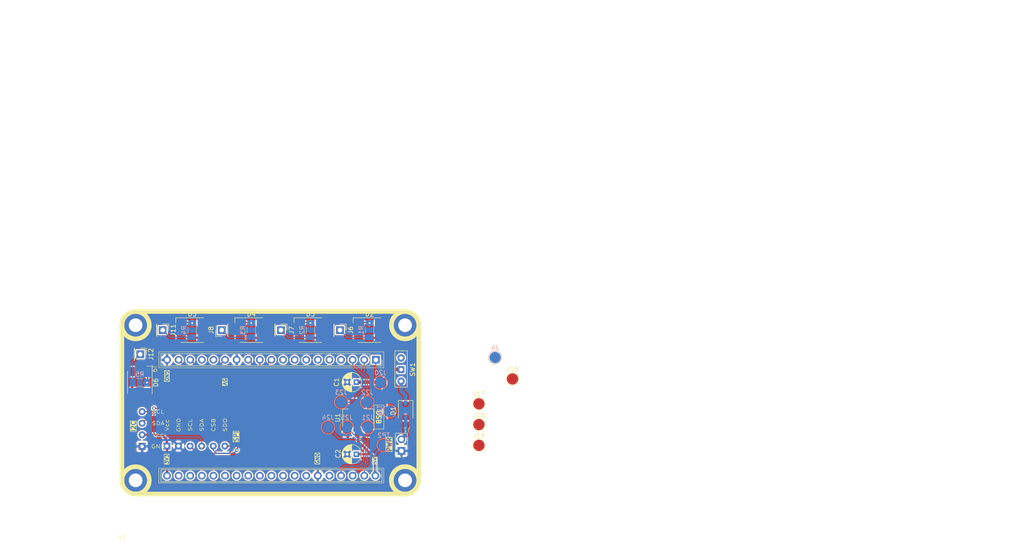
<source format=kicad_pcb>
(kicad_pcb (version 20240108) (generator "pcbnew") (generator_version "8.0")
  (layers (0 "F.Cu" signal) (31 "B.Cu" signal) (34 "B.Paste" user) (35 "F.Paste" user) (36 "B.SilkS" user "B.Silkscreen") (37 "F.SilkS" user "F.Silkscreen") (38 "B.Mask" user) (39 "F.Mask" user) (44 "Edge.Cuts" user))
  (net 0 "")
  (net 1 "GND")
  (net 2 "+3V3")
  (net 3 "+5V")
  (net 4 "Net-(D1-A)")
  (net 5 "/SCL-2")
  (net 6 "/SDA-2")
  (net 7 "/SPI-SCL")
  (net 8 "/SPI-CSB")
  (net 9 "/VDC")
  (net 10 "/SPI-SDA")
  (net 11 "/SPI-SDO")
  (net 12 "/RX")
  (net 13 "/VIN")
  (net 14 "/TX")
  (net 15 "Net-(J8-Pin_1)")
  (net 16 "Net-(D2-AB)")
  (net 17 "Net-(D3-AB)")
  (net 18 "Net-(D4-AB)")
  (net 19 "Net-(D5-AB)")
  (net 20 "Net-(D6-AB)")
  (net 21 "Net-(J6-Pin_1)")
  (net 22 "Net-(J7-Pin_1)")
  (net 42 "Net-(J11-Pin_1)")
  (net 43 "Net-(J12-Pin_1)")
  (net 45 "/LED-1")
  (net 46 "/D1")
  (net 47 "/D3")
  (net 48 "/D0")
  (net 49 "/CLK")
  (net 50 "/CMD")
  (net 51 "/D2")
  (net 52 "/LED-2")
  (net 53 "/LED-3")
  (net 54 "/LED-4")
  (net 55 "/LED-5")
  (footprint "Capacitor_THT:CP_Radial_D4.0mm_P2.00mm" (layer "F.Cu") (at 131.2 112.85 180)
    (property "Reference" "C2" (at 4 0.1 90) (layer "F.SilkS"))
    (property "Value" "1uF")
    (pad "1" thru_hole rect (at 0 0 180) (size 1.2 1.2) (drill 0.6) (layers "*.Cu" "*.Mask") (net 3 "+5V"))
    (pad "2" thru_hole circle (at 2 0 180) (size 1.2 1.2) (drill 0.6) (layers "*.Cu" "*.Mask") (net 1 "GND"))
  )
  (footprint "Alexander Footprint Library:Board_65-40" (layer "F.Cu") (at 79.875002 131.57)
    (property "Reference" "H1" (at 0 -0.5 0) (layer "F.SilkS") (effects (font (thickness 0.1))))
    (property "Value" "Project_Box_Board_65x40")
    (fp_line (start 0 -13) (end 0 -47) (stroke (width 0.05)) (layer "Edge.Cuts"))
    (fp_line (start 3 -50) (end 62 -50) (stroke (width 0.05)) (layer "Edge.Cuts"))
    (fp_line (start 62 -10) (end 3 -10) (stroke (width 0.05)) (layer "Edge.Cuts"))
    (fp_line (start 65 -47) (end 65 -13) (stroke (width 0.05)) (layer "Edge.Cuts"))
    (fp_arc (start 0 -47) (mid 0.87868 -49.12132) (end 3 -50) (stroke (width 0.05)) (layer "Edge.Cuts"))
    (fp_arc (start 3 -10) (mid 0.87868 -10.87868) (end 0 -13) (stroke (width 0.05)) (layer "Edge.Cuts"))
    (fp_arc (start 62 -50) (mid 64.12132 -49.12132) (end 65 -47) (stroke (width 0.05)) (layer "Edge.Cuts"))
    (fp_arc (start 65 -13) (mid 64.12132 -10.87868) (end 62 -10) (stroke (width 0.05)) (layer "Edge.Cuts"))
    (fp_circle (center 3 -47) (end 4 -48) (stroke (width 0.05)) (fill none) (layer "Edge.Cuts"))
    (fp_circle (center 3 -13) (end 4 -14) (stroke (width 0.05)) (fill none) (layer "Edge.Cuts"))
    (fp_circle (center 62 -47) (end 63 -48) (stroke (width 0.05)) (fill none) (layer "Edge.Cuts"))
    (fp_circle (center 62 -13) (end 63 -14) (stroke (width 0.05)) (fill none) (layer "Edge.Cuts"))
    (pad "1" thru_hole circle (at 3 -47) (size 5 5) (drill 3) (layers "*.Cu" "*.Mask") (net 1 "GND"))
    (pad "2" thru_hole circle (at 3 -13) (size 5 5) (drill 3) (layers "*.Cu" "*.Mask") (net 1 "GND"))
    (pad "3" thru_hole circle (at 62 -13) (size 5 5) (drill 3) (layers "*.Cu" "*.Mask") (net 1 "GND"))
    (pad "4" thru_hole circle (at 62 -47) (size 5 5) (drill 3) (layers "*.Cu" "*.Mask") (net 1 "GND"))
  )
  (footprint "Alexander Footprint Library:TestPoint_D2.5mm" (layer "F.Cu") (at 165.4 96.35)
    (property "Reference" "J16" (at 0 -2.148 0) (layer "F.SilkS"))
    (property "Value" "Conn_01x01_Socket")
    (pad "1" smd circle (at 0 0) (size 2.5 2.5) (layers "F.Cu" "F.Mask") (net 52 "/LED-2"))
  )
  (footprint "Diode_SMD:D_1210_3225Metric" (layer "F.Cu") (at 142 103.35 -90)
    (property "Reference" "D1" (at 0 2.7 90) (layer "F.SilkS"))
    (property "Value" "D")
    (pad "1" smd roundrect (at -1.4 0 270) (size 1.25 2.65) (layers "F.Cu" "F.Paste" "F.Mask") (roundrect_rratio 0.2) (net 9 "/VDC"))
    (pad "2" smd roundrect (at 1.4 0 270) (size 1.25 2.65) (layers "F.Cu" "F.Paste" "F.Mask") (roundrect_rratio 0.2) (net 4 "Net-(D1-A)"))
  )
  (footprint "Connector_PinHeader_2.54mm:PinHeader_1x01_P2.54mm_Vertical" (layer "F.Cu") (at 101.742356 85.65 90)
    (property "Reference" "J8" (at 0 -2.33 90) (layer "F.SilkS"))
    (property "Value" "Socket_LED5")
    (pad "1" thru_hole rect (at 0 0 90) (size 1.7 1.7) (drill 1) (layers "*.Cu" "*.Mask") (net 15 "Net-(J8-Pin_1)"))
  )
  (footprint "Alexander Footprint Library:TestPoint_D2.5mm" (layer "F.Cu") (at 158.05 110.9)
    (property "Reference" "J19" (at 0 -2.148 0) (layer "F.SilkS"))
    (property "Value" "Conn_01x01_Socket")
    (pad "1" smd circle (at 0 0) (size 2.5 2.5) (layers "F.Cu" "F.Mask") (net 55 "/LED-5"))
  )
  (footprint "Alexander Footprint Library:TestPoint_D2.5mm" (layer "F.Cu") (at 158.05 101.8)
    (property "Reference" "J17" (at 0 -2.148 0) (layer "F.SilkS"))
    (property "Value" "Conn_01x01_Socket")
    (pad "1" smd circle (at 0 0) (size 2.5 2.5) (layers "F.Cu" "F.Mask") (net 53 "/LED-3"))
  )
  (footprint "Alexander Footprint Library:LED_5050-6" (layer "F.Cu") (at 83.8 97.15 -90)
    (property "Reference" "D6" (at 0 -3.5 90) (layer "F.SilkS"))
    (property "Value" "LED_SMD_5050")
    (pad "1" smd rect (at -2.4 -1.7) (size 1.1 2) (layers "F.Cu" "F.Paste" "F.Mask") (net 20 "Net-(D6-AB)"))
    (pad "2" smd rect (at -2.4 0) (size 1.1 2) (layers "F.Cu" "F.Paste" "F.Mask") (net 20 "Net-(D6-AB)"))
    (pad "3" smd rect (at -2.4 1.7) (size 1.1 2) (layers "F.Cu" "F.Paste" "F.Mask") (net 20 "Net-(D6-AB)"))
    (pad "4" smd rect (at 2.4 1.7) (size 1.1 2) (layers "F.Cu" "F.Paste" "F.Mask") (net 1 "GND"))
    (pad "5" smd rect (at 2.4 0) (size 1.1 2) (layers "F.Cu" "F.Paste" "F.Mask") (net 1 "GND"))
    (pad "6" smd rect (at 2.4 -1.7) (size 1.1 2) (layers "F.Cu" "F.Paste" "F.Mask") (net 1 "GND"))
  )
  (footprint "Capacitor_THT:CP_Radial_D4.0mm_P2.00mm" (layer "F.Cu") (at 131.2 97.05 180)
    (property "Reference" "C1" (at 4.3 0 -90) (layer "F.SilkS"))
    (property "Value" "1uF")
    (pad "1" thru_hole rect (at 0 0 180) (size 1.2 1.2) (drill 0.6) (layers "*.Cu" "*.Mask") (net 13 "/VIN"))
    (pad "2" thru_hole circle (at 2 0 180) (size 1.2 1.2) (drill 0.6) (layers "*.Cu" "*.Mask") (net 1 "GND"))
  )
  (footprint "Alexander Footprint Library:Conn_I2C" (layer "F.Cu") (at 84.3 118.75 180)
    (property "Reference" "J3" (hide yes))
    (property "Value" "I2C")
    (fp_text user "GND" (at -3.5 7.6 0) (layer "F.SilkS") (effects (font (size 0.8 1) (thickness 0.1))))
    (fp_text user "I2C" (at 1.3 12 90) (layer "F.SilkS" knockout) (effects (font (thickness 0.2) (bold yes)) (justify bottom)))
    (fp_text user "Vcc" (at -3.5 10.14 0) (layer "F.SilkS") (effects (font (size 0.8 1) (thickness 0.1))))
    (fp_text user "SCL" (at -3.5 15.22 0) (layer "F.SilkS") (effects (font (size 0.8 1) (thickness 0.1))))
    (fp_text user "SDA" (at -3.5 12.68 0) (layer "F.SilkS") (effects (font (size 0.8 1) (thickness 0.1))))
    (pad "GND" thru_hole rect (at 0 7.62 180) (size 1.524 1.524) (drill 0.762) (layers "*.Cu" "*.Mask") (net 1 "GND"))
    (pad "SCL" thru_hole circle (at 0 15.24 180) (size 1.524 1.524) (drill 0.762) (layers "*.Cu" "*.Mask") (net 5 "/SCL-2"))
    (pad "SDA" thru_hole circle (at 0 12.7 180) (size 1.524 1.524) (drill 0.762) (layers "*.Cu" "*.Mask") (net 6 "/SDA-2"))
    (pad "Vcc" thru_hole circle (at 0 10.16 180) (size 1.524 1.524) (drill 0.762) (layers "*.Cu" "*.Mask") (net 2 "+3V3"))
  )
  (footprint "Connector_PinHeader_2.54mm:PinHeader_1x01_P2.54mm_Vertical" (layer "F.Cu") (at 83.9 90.95 -90)
    (property "Reference" "J12" (at 0 -2.33 90) (layer "F.SilkS"))
    (property "Value" "Socket_LED2")
    (pad "1" thru_hole rect (at 0 0 270) (size 1.7 1.7) (drill 1) (layers "*.Cu" "*.Mask") (net 43 "Net-(J12-Pin_1)"))
  )
  (footprint "Alexander Footprint Library:LED_5050-6" (layer "F.Cu") (at 108.213534 85.65)
    (property "Reference" "D4" (at 0 -3.5 0) (layer "F.SilkS"))
    (property "Value" "LED_SMD_5050")
    (pad "1" smd rect (at -2.4 -1.7 90) (size 1.1 2) (layers "F.Cu" "F.Paste" "F.Mask") (net 18 "Net-(D4-AB)"))
    (pad "2" smd rect (at -2.4 0 90) (size 1.1 2) (layers "F.Cu" "F.Paste" "F.Mask") (net 18 "Net-(D4-AB)"))
    (pad "3" smd rect (at -2.4 1.7 90) (size 1.1 2) (layers "F.Cu" "F.Paste" "F.Mask") (net 18 "Net-(D4-AB)"))
    (pad "4" smd rect (at 2.4 1.7 90) (size 1.1 2) (layers "F.Cu" "F.Paste" "F.Mask") (net 1 "GND"))
    (pad "5" smd rect (at 2.4 0 90) (size 1.1 2) (layers "F.Cu" "F.Paste" "F.Mask") (net 1 "GND"))
    (pad "6" smd rect (at 2.4 -1.7 90) (size 1.1 2) (layers "F.Cu" "F.Paste" "F.Mask") (net 1 "GND"))
  )
  (footprint "Alexander Footprint Library:SW_Slide-03_7.3x2.5x2.5_P2.54mm" (layer "F.Cu") (at 141 94.29 -90)
    (property "Reference" "SW1" (at 0 -2.54 90) (layer "F.SilkS"))
    (property "Value" "SW_SPDT")
    (pad "1" thru_hole rect (at 0 0 270) (size 1.5 1.5) (drill 0.8) (layers "*.Cu" "*.Mask") (net 13 "/VIN"))
    (pad "2" thru_hole circle (at -2.54 0 270) (size 1.6 1.6) (drill 0.8) (layers "*.Cu" "*.Mask"))
    (pad "3" thru_hole circle (at 2.54 0 270) (size 1.6 1.6) (drill 0.8) (layers "*.Cu" "*.Mask") (net 9 "/VDC"))
  )
  (footprint "Alexander Footprint Library:LED_5050-6" (layer "F.Cu") (at 134.098251 85.65)
    (property "Reference" "D2" (at 0 -3.5 0) (layer "F.SilkS"))
    (property "Value" "LED_SMD_5050")
    (pad "1" smd rect (at -2.4 -1.7 90) (size 1.1 2) (layers "F.Cu" "F.Paste" "F.Mask") (net 16 "Net-(D2-AB)"))
    (pad "2" smd rect (at -2.4 0 90) (size 1.1 2) (layers "F.Cu" "F.Paste" "F.Mask") (net 16 "Net-(D2-AB)"))
    (pad "3" smd rect (at -2.4 1.7 90) (size 1.1 2) (layers "F.Cu" "F.Paste" "F.Mask") (net 16 "Net-(D2-AB)"))
    (pad "4" smd rect (at 2.4 1.7 90) (size 1.1 2) (layers "F.Cu" "F.Paste" "F.Mask") (net 1 "GND"))
    (pad "5" smd rect (at 2.4 0 90) (size 1.1 2) (layers "F.Cu" "F.Paste" "F.Mask") (net 1 "GND"))
    (pad "6" smd rect (at 2.4 -1.7 90) (size 1.1 2) (layers "F.Cu" "F.Paste" "F.Mask") (net 1 "GND"))
  )
  (footprint "Connector_PinHeader_2.54mm:PinHeader_1x01_P2.54mm_Vertical" (layer "F.Cu") (at 127.627068 85.65 -90)
    (property "Reference" "J6" (at 0 -2.33 -90) (layer "F.SilkS"))
    (property "Value" "Socket_LED3")
    (pad "1" thru_hole rect (at 0 0 270) (size 1.7 1.7) (drill 1) (layers "*.Cu" "*.Mask") (net 21 "Net-(J6-Pin_1)"))
  )
  (footprint "Alexander Footprint Library:Conn_SPI" (layer "F.Cu") (at 84.64 111.05 90)
    (property "Reference" "J5" (hide yes))
    (property "Value" "~")
    (fp_text user "SCL" (at 4.6 10.2 90) (layer "F.SilkS") (effects (font (size 0.8 1) (thickness 0.1))))
    (fp_text user "Vcc" (at 4.6 5.12 90) (layer "F.SilkS") (effects (font (size 0.8 1) (thickness 0.1))))
    (fp_text user "CSB" (at 4.6 15.28 90) (layer "F.SilkS") (effects (font (size 0.8 1) (thickness 0.1))))
    (fp_text user "SPI" (at 2.1 20.86 90) (layer "F.SilkS" knockout) (effects (font (thickness 0.2) (bold yes)) (justify bottom)))
    (fp_text user "SDA" (at 4.6 12.74 90) (layer "F.SilkS") (effects (font (size 0.8 1) (thickness 0.1))))
    (fp_text user "SDO" (at 4.6 17.82 90) (layer "F.SilkS") (effects (font (size 0.8 1) (thickness 0.1))))
    (fp_text user "GND" (at 4.6 7.66 90) (layer "F.SilkS") (effects (font (size 0.8 1) (thickness 0.1))))
    (pad "CSB" thru_hole circle (at 0 15.24 90) (size 1.524 1.524) (drill 0.762) (layers "*.Cu" "*.Mask") (net 8 "/SPI-CSB"))
    (pad "GND" thru_hole circle (at 0 7.62 90) (size 1.524 1.524) (drill 0.762) (layers "*.Cu" "*.Mask") (net 1 "GND"))
    (pad "SCL" thru_hole circle (at 0 10.16 90) (size 1.524 1.524) (drill 0.762) (layers "*.Cu" "*.Mask") (net 7 "/SPI-SCL"))
    (pad "SDA" thru_hole circle (at 0 12.7 90) (size 1.524 1.524) (drill 0.762) (layers "*.Cu" "*.Mask") (net 10 "/SPI-SDA"))
    (pad "SDO" thru_hole circle (at 0 17.78 90) (size 1.524 1.524) (drill 0.762) (layers "*.Cu" "*.Mask") (net 11 "/SPI-SDO"))
    (pad "Vcc" thru_hole rect (at 0 5.08 90) (size 1.524 1.524) (drill 0.762) (layers "*.Cu" "*.Mask") (net 2 "+3V3"))
  )
  (footprint "Alexander Footprint Library:Conn_ESP32_WROOM-DevKit-38pins" (layer "F.Cu") (at 87.22 92.15 -90)
    (property "Reference" "J9" (at 1.9 0.25 -90) (layer "F.SilkS") (effects (font (thickness 0.1))))
    (property "Value" "~")
    (fp_text user "3V3" (at 23 -2.48 90) (layer "F.SilkS" knockout) (effects (font (size 0.8 0.8) (thickness 0.2) (bold yes)) (justify left)))
    (fp_text user "USB" (at 12.55 -48.26 -90) (layer "F.SilkS") (effects (font (thickness 0.2) (bold yes)) (justify bottom)))
    (fp_text user "GND" (at 23 -35.48 90) (layer "F.SilkS" knockout) (effects (font (size 0.8 0.8) (thickness 0.2) (bold yes)) (justify left)))
    (fp_text user "5V" (at 23 -48.08 90) (layer "F.SilkS" knockout) (effects (font (size 0.8 0.8) (thickness 0.2) (bold yes)) (justify left)))
    (fp_text user "5V" (at 4 -15.18 -90) (layer "F.SilkS" knockout) (effects (font (size 0.8 0.8) (thickness 0.2) (bold yes)) (justify left)))
    (fp_text user "GND" (at 4.9 -2.48 -90) (layer "F.SilkS" knockout) (effects (font (size 0.8 0.8) (thickness 0.2) (bold yes)) (justify right)))
    (pad "1" thru_hole rect (at 0 -48.26 270) (size 1.7 1.7) (drill 1) (layers "*.Cu" "*.Mask") (net 49 "/CLK"))
    (pad "2" thru_hole oval (at 0 -45.72 270) (size 1.7 1.7) (drill 1) (layers "*.Cu" "*.Mask") (net 48 "/D0"))
    (pad "3" thru_hole oval (at 0 -43.18 270) (size 1.7 1.7) (drill 1) (layers "*.Cu" "*.Mask") (net 46 "/D1"))
    (pad "4" thru_hole oval (at 0 -40.64 270) (size 1.7 1.7) (drill 1) (layers "*.Cu" "*.Mask"))
    (pad "5" thru_hole oval (at 0 -38.1 270) (size 1.7 1.7) (drill 1) (layers "*.Cu" "*.Mask"))
    (pad "6" thru_hole oval (at 0 -35.56 270) (size 1.7 1.7) (drill 1) (layers "*.Cu" "*.Mask"))
    (pad "7" thru_hole oval (at 0 -33.02 270) (size 1.7 1.7) (drill 1) (layers "*.Cu" "*.Mask"))
    (pad "8" thru_hole oval (at 0 -30.48 270) (size 1.7 1.7) (drill 1) (layers "*.Cu" "*.Mask"))
    (pad "9" thru_hole oval (at 0 -27.94 270) (size 1.7 1.7) (drill 1) (layers "*.Cu" "*.Mask"))
    (pad "10" thru_hole oval (at 0 -25.4 270) (size 1.7 1.7) (drill 1) (layers "*.Cu" "*.Mask") (net 8 "/SPI-CSB"))
    (pad "11" thru_hole oval (at 0 -22.86 270) (size 1.7 1.7) (drill 1) (layers "*.Cu" "*.Mask") (net 7 "/SPI-SCL"))
    (pad "12" thru_hole oval (at 0 -20.32 270) (size 1.7 1.7) (drill 1) (layers "*.Cu" "*.Mask") (net 11 "/SPI-SDO"))
    (pad "13" thru_hole oval (at 0 -17.78 270) (size 1.7 1.7) (drill 1) (layers "*.Cu" "*.Mask") (net 1 "GND"))
    (pad "14" thru_hole oval (at 0 -15.24 270) (size 1.7 1.7) (drill 1) (layers "*.Cu" "*.Mask") (net 6 "/SDA-2"))
    (pad "15" thru_hole oval (at 0 -12.7 270) (size 1.7 1.7) (drill 1) (layers "*.Cu" "*.Mask") (net 12 "/RX"))
    (pad "16" thru_hole oval (at 0 -10.16 270) (size 1.7 1.7) (drill 1) (layers "*.Cu" "*.Mask") (net 14 "/TX"))
    (pad "17" thru_hole oval (at 0 -7.62 270) (size 1.7 1.7) (drill 1) (layers "*.Cu" "*.Mask") (net 5 "/SCL-2"))
    (pad "18" thru_hole oval (at 0 -5.08 270) (size 1.7 1.7) (drill 1) (layers "*.Cu" "*.Mask") (net 10 "/SPI-SDA"))
    (pad "19" thru_hole oval (at 0 -2.54 270) (size 1.7 1.7) (drill 1) (layers "*.Cu" "*.Mask") (net 1 "GND"))
    (pad "20" thru_hole oval (at 25.4 -2.54 270) (size 1.7 1.7) (drill 1) (layers "*.Cu" "*.Mask") (net 2 "+3V3"))
    (pad "21" thru_hole oval (at 25.4 -5.08 270) (size 1.7 1.7) (drill 1) (layers "*.Cu" "*.Mask"))
    (pad "22" thru_hole oval (at 25.4 -7.62 270) (size 1.7 1.7) (drill 1) (layers "*.Cu" "*.Mask"))
    (pad "23" thru_hole oval (at 25.4 -10.16 270) (size 1.7 1.7) (drill 1) (layers "*.Cu" "*.Mask"))
    (pad "24" thru_hole oval (at 25.4 -12.7 270) (size 1.7 1.7) (drill 1) (layers "*.Cu" "*.Mask"))
    (pad "25" thru_hole oval (at 25.4 -15.24 270) (size 1.7 1.7) (drill 1) (layers "*.Cu" "*.Mask"))
    (pad "26" thru_hole oval (at 25.4 -17.78 270) (size 1.7 1.7) (drill 1) (layers "*.Cu" "*.Mask"))
    (pad "27" thru_hole oval (at 25.4 -20.32 270) (size 1.7 1.7) (drill 1) (layers "*.Cu" "*.Mask"))
    (pad "28" thru_hole oval (at 25.4 -22.86 270) (size 1.7 1.7) (drill 1) (layers "*.Cu" "*.Mask"))
    (pad "29" thru_hole oval (at 25.4 -25.4 270) (size 1.7 1.7) (drill 1) (layers "*.Cu" "*.Mask"))
    (pad "30" thru_hole oval (at 25.4 -27.94 270) (size 1.7 1.7) (drill 1) (layers "*.Cu" "*.Mask"))
    (pad "31" thru_hole oval (at 25.4 -30.48 270) (size 1.7 1.7) (drill 1) (layers "*.Cu" "*.Mask"))
    (pad "32" thru_hole oval (at 25.4 -33.02 270) (size 1.7 1.7) (drill 1) (layers "*.Cu" "*.Mask"))
    (pad "33" thru_hole oval (at 25.4 -35.56 270) (size 1.7 1.7) (drill 1) (layers "*.Cu" "*.Mask") (net 1 "GND"))
    (pad "34" thru_hole oval (at 25.4 -38.1 270) (size 1.7 1.7) (drill 1) (layers "*.Cu" "*.Mask"))
    (pad "35" thru_hole oval (at 25.4 -40.64 270) (size 1.7 1.7) (drill 1) (layers "*.Cu" "*.Mask") (net 51 "/D2"))
    (pad "36" thru_hole oval (at 25.4 -43.18 270) (size 1.7 1.7) (drill 1) (layers "*.Cu" "*.Mask") (net 47 "/D3"))
    (pad "37" thru_hole oval (at 25.4 -45.72 270) (size 1.7 1.7) (drill 1) (layers "*.Cu" "*.Mask") (net 50 "/CMD"))
    (pad "38" thru_hole oval (at 25.4 -48.15 270) (size 1.7 1.7) (drill 1) (layers "*.Cu" "*.Mask") (net 3 "+5V"))
  )
  (footprint "Connector_PinHeader_2.54mm:PinHeader_1x01_P2.54mm_Vertical" (layer "F.Cu") (at 114.684712 85.65 -90)
    (property "Reference" "J7" (at 0 -2.33 90) (layer "F.SilkS"))
    (property "Value" "Socket_LED4")
    (pad "1" thru_hole rect (at 0 0 270) (size 1.7 1.7) (drill 1) (layers "*.Cu" "*.Mask") (net 22 "Net-(J7-Pin_1)"))
  )
  (footprint "Alexander Footprint Library:TestPoint_D2.5mm" (layer "F.Cu") (at 158.05 106.35)
    (property "Reference" "J18" (at 0 -2.148 0) (layer "F.SilkS"))
    (property "Value" "Conn_01x01_Socket")
    (pad "1" smd circle (at 0 0) (size 2.5 2.5) (layers "F.Cu" "F.Mask") (net 54 "/LED-4"))
  )
  (footprint "Connector_PinHeader_2.54mm:PinHeader_1x01_P2.54mm_Vertical" (layer "F.Cu") (at 88.8 85.65 -90)
    (property "Reference" "J11" (at 0 -2.33 90) (layer "F.SilkS"))
    (property "Value" "Socket_LED1")
    (pad "1" thru_hole rect (at 0 0 270) (size 1.7 1.7) (drill 1) (layers "*.Cu" "*.Mask") (net 42 "Net-(J11-Pin_1)"))
  )
  (footprint "Alexander Footprint Library:LED_5050-6" (layer "F.Cu") (at 121.15589 85.65)
    (property "Reference" "D3" (at 0 -3.5 0) (layer "F.SilkS"))
    (property "Value" "LED_SMD_5050")
    (pad "1" smd rect (at -2.4 -1.7 90) (size 1.1 2) (layers "F.Cu" "F.Paste" "F.Mask") (net 17 "Net-(D3-AB)"))
    (pad "2" smd rect (at -2.4 0 90) (size 1.1 2) (layers "F.Cu" "F.Paste" "F.Mask") (net 17 "Net-(D3-AB)"))
    (pad "3" smd rect (at -2.4 1.7 90) (size 1.1 2) (layers "F.Cu" "F.Paste" "F.Mask") (net 17 "Net-(D3-AB)"))
    (pad "4" smd rect (at 2.4 1.7 90) (size 1.1 2) (layers "F.Cu" "F.Paste" "F.Mask") (net 1 "GND"))
    (pad "5" smd rect (at 2.4 0 90) (size 1.1 2) (layers "F.Cu" "F.Paste" "F.Mask") (net 1 "GND"))
    (pad "6" smd rect (at 2.4 -1.7 90) (size 1.1 2) (layers "F.Cu" "F.Paste" "F.Mask") (net 1 "GND"))
  )
  (footprint "Alexander Footprint Library:LED_5050-6" (layer "F.Cu") (at 95.271178 85.65)
    (property "Reference" "D5" (at 0 -3.5 0) (layer "F.SilkS"))
    (property "Value" "LED_SMD_5050")
    (pad "1" smd rect (at -2.4 -1.7 90) (size 1.1 2) (layers "F.Cu" "F.Paste" "F.Mask") (net 19 "Net-(D5-AB)"))
    (pad "2" smd rect (at -2.4 0 90) (size 1.1 2) (layers "F.Cu" "F.Paste" "F.Mask") (net 19 "Net-(D5-AB)"))
    (pad "3" smd rect (at -2.4 1.7 90) (size 1.1 2) (layers "F.Cu" "F.Paste" "F.Mask") (net 19 "Net-(D5-AB)"))
    (pad "4" smd rect (at 2.4 1.7 90) (size 1.1 2) (layers "F.Cu" "F.Paste" "F.Mask") (net 1 "GND"))
    (pad "5" smd rect (at 2.4 0 90) (size 1.1 2) (layers "F.Cu" "F.Paste" "F.Mask") (net 1 "GND"))
    (pad "6" smd rect (at 2.4 -1.7 90) (size 1.1 2) (layers "F.Cu" "F.Paste" "F.Mask") (net 1 "GND"))
  )
  (footprint "Alexander Footprint Library:PinSocket_1x02_P2.54" (layer "F.Cu") (at 142.285 107.0075 180)
    (property "Reference" "J1" (at 0 -0.5 180) (layer "F.SilkS") (effects (font (thickness 0.1))))
    (property "Value" "PWR")
    (pad "1" thru_hole rect (at 1.21 -5.11 180) (size 1.7 1.7) (drill 1) (layers "*.Cu" "*.Mask") (net 1 "GND"))
    (pad "2" thru_hole oval (at 1.21 -2.57 180) (size 1.7 1.7) (drill 1) (layers "*.Cu" "*.Mask") (net 4 "Net-(D1-A)"))
  )
  (footprint "Package_TO_SOT_SMD:SOT-223-3_TabPin2" (layer "F.Cu") (at 131.625 104.85 90)
    (property "Reference" "U1" (at 0 -4.5 90) (layer "F.SilkS"))
    (property "Value" "AMS1117-5.0")
    (pad "1" smd roundrect (at -3.15 -2.3 90) (size 2 1.5) (layers "F.Cu" "F.Paste" "F.Mask") (net 1 "GND"))
    (pad "2" smd roundrect (at -3.15 0 90) (size 2 1.5) (layers "F.Cu" "F.Paste" "F.Mask") (net 3 "+5V"))
    (pad "2" smd roundrect (at 3.15 0 90) (size 2 3.8) (layers "F.Cu" "F.Paste" "F.Mask") (net 3 "+5V"))
    (pad "3" smd roundrect (at -3.15 2.3 90) (size 2 1.5) (layers "F.Cu" "F.Paste" "F.Mask") (net 13 "/VIN"))
  )
  (footprint "Resistor_SMD:R_1206_3216Metric_Pad1.30x1.75mm_HandSolder" (layer "B.Cu") (at 83.8 97.15 180)
    (property "Reference" "R5" (at 0 1.82 0) (layer "B.SilkS") (effects (justify mirror)))
    (property "Value" "5k1")
    (pad "1" smd roundrect (at -1.55 0 180) (size 1.3 1.75) (layers "B.Cu" "B.Paste" "B.Mask") (roundrect_rratio 0.192308) (net 20 "Net-(D6-AB)"))
    (pad "2" smd roundrect (at 1.55 0 180) (size 1.3 1.75) (layers "B.Cu" "B.Paste" "B.Mask") (roundrect_rratio 0.192308) (net 43 "Net-(J12-Pin_1)"))
  )
  (footprint "Resistor_SMD:R_1206_3216Metric_Pad1.30x1.75mm_HandSolder" (layer "B.Cu") (at 134.098251 85.65 -90)
    (property "Reference" "R1" (at 0 1.82 90) (layer "B.SilkS") (effects (justify mirror)))
    (property "Value" "5k1")
    (pad "1" smd roundrect (at -1.55 0 270) (size 1.3 1.75) (layers "B.Cu" "B.Paste" "B.Mask") (roundrect_rratio 0.192308) (net 16 "Net-(D2-AB)"))
    (pad "2" smd roundrect (at 1.55 0 270) (size 1.3 1.75) (layers "B.Cu" "B.Paste" "B.Mask") (roundrect_rratio 0.192308) (net 21 "Net-(J6-Pin_1)"))
  )
  (footprint "Alexander Footprint Library:TestPoint_D2.5mm" (layer "B.Cu") (at 137.2 110.85 180)
    (property "Reference" "TP2" (at 0 2.148 0) (layer "B.SilkS") (effects (justify mirror)))
    (property "Value" "5V")
    (pad "1" smd circle (at 0 0 180) (size 2.5 2.5) (layers "B.Cu" "B.Mask") (net 3 "+5V"))
  )
  (footprint "Alexander Footprint Library:TestPoint_D2.5mm" (layer "B.Cu") (at 133.7 106.95 180)
    (property "Reference" "J21" (at 0 2.148 0) (layer "B.SilkS") (effects (justify mirror)))
    (property "Value" "Conn_01x01_Socket")
    (pad "1" smd circle (at 0 0 180) (size 2.5 2.5) (layers "B.Cu" "B.Mask") (net 50 "/CMD"))
  )
  (footprint "Alexander Footprint Library:TestPoint_D2.5mm" (layer "B.Cu") (at 125 106.95 180)
    (property "Reference" "J24" (at 0 2.148 0) (layer "B.SilkS") (effects (justify mirror)))
    (property "Value" "Conn_01x01_Socket")
    (pad "1" smd circle (at 0 0 180) (size 2.5 2.5) (layers "B.Cu" "B.Mask") (net 51 "/D2"))
  )
  (footprint "Resistor_SMD:R_1206_3216Metric_Pad1.30x1.75mm_HandSolder" (layer "B.Cu") (at 121.15589 85.65 -90)
    (property "Reference" "R2" (at 0 1.82 90) (layer "B.SilkS") (effects (justify mirror)))
    (property "Value" "5k1")
    (pad "1" smd roundrect (at -1.55 0 270) (size 1.3 1.75) (layers "B.Cu" "B.Paste" "B.Mask") (roundrect_rratio 0.192308) (net 17 "Net-(D3-AB)"))
    (pad "2" smd roundrect (at 1.55 0 270) (size 1.3 1.75) (layers "B.Cu" "B.Paste" "B.Mask") (roundrect_rratio 0.192308) (net 22 "Net-(J7-Pin_1)"))
  )
  (footprint "Alexander Footprint Library:TestPoint_D2.5mm" (layer "B.Cu") (at 161.6 91.65 180)
    (property "Reference" "J4" (at 0 2.148 0) (layer "B.SilkS") (effects (justify mirror)))
    (property "Value" "Conn_01x01_Socket")
    (pad "1" smd circle (at 0 0 180) (size 2.5 2.5) (layers "B.Cu" "B.Mask") (net 45 "/LED-1"))
  )
  (footprint "Resistor_SMD:R_1206_3216Metric_Pad1.30x1.75mm_HandSolder" (layer "B.Cu") (at 95.271178 85.65 -90)
    (property "Reference" "R4" (at 0 1.82 90) (layer "B.SilkS") (effects (justify mirror)))
    (property "Value" "5k1")
    (pad "1" smd roundrect (at -1.55 0 270) (size 1.3 1.75) (layers "B.Cu" "B.Paste" "B.Mask") (roundrect_rratio 0.192308) (net 19 "Net-(D5-AB)"))
    (pad "2" smd roundrect (at 1.55 0 270) (size 1.3 1.75) (layers "B.Cu" "B.Paste" "B.Mask") (roundrect_rratio 0.192308) (net 42 "Net-(J11-Pin_1)"))
  )
  (footprint "Resistor_SMD:R_1206_3216Metric_Pad1.30x1.75mm_HandSolder" (layer "B.Cu") (at 108.213534 85.65 -90)
    (property "Reference" "R3" (at 0 1.82 90) (layer "B.SilkS") (effects (justify mirror)))
    (property "Value" "5k1")
    (pad "1" smd roundrect (at -1.55 0 270) (size 1.3 1.75) (layers "B.Cu" "B.Paste" "B.Mask") (roundrect_rratio 0.192308) (net 18 "Net-(D4-AB)"))
    (pad "2" smd roundrect (at 1.55 0 270) (size 1.3 1.75) (layers "B.Cu" "B.Paste" "B.Mask") (roundrect_rratio 0.192308) (net 15 "Net-(J8-Pin_1)"))
  )
  (footprint "Alexander Footprint Library:TestPoint_D2.5mm" (layer "B.Cu") (at 127.9 101.45 180)
    (property "Reference" "J23" (at 0 2.148 0) (layer "B.SilkS") (effects (justify mirror)))
    (property "Value" "Conn_01x01_Socket")
    (pad "1" smd circle (at 0 0 180) (size 2.5 2.5) (layers "B.Cu" "B.Mask") (net 46 "/D1"))
  )
  (footprint "Alexander Footprint Library:TestPoint_D2.5mm" (layer "B.Cu") (at 133.6 101.45 180)
    (property "Reference" "J22" (at 0 2.148 0) (layer "B.SilkS") (effects (justify mirror)))
    (property "Value" "Conn_01x01_Socket")
    (pad "1" smd circle (at 0 0 180) (size 2.5 2.5) (layers "B.Cu" "B.Mask") (net 48 "/D0"))
  )
  (footprint "Alexander Footprint Library:TestPoint_D2.5mm" (layer "B.Cu") (at 138.5 103.45 -90)
    (property "Reference" "TP1" (at 0 2.148 90) (layer "B.SilkS") (effects (justify mirror)))
    (property "Value" "GND")
    (pad "1" smd circle (at 0 0 270) (size 2.5 2.5) (layers "B.Cu" "B.Mask") (net 1 "GND"))
  )
  (footprint "Alexander Footprint Library:TestPoint_D2.5mm" (layer "B.Cu") (at 136.5 97.15 180)
    (property "Reference" "J20" (at 0 2.148 0) (layer "B.SilkS") (effects (justify mirror)))
    (property "Value" "Conn_01x01_Socket")
    (pad "1" smd circle (at 0 0 180) (size 2.5 2.5) (layers "B.Cu" "B.Mask") (net 49 "/CLK"))
  )
  (footprint "Alexander Footprint Library:TestPoint_D2.5mm" (layer "B.Cu") (at 129.1 106.95 180)
    (property "Reference" "J25" (at 0 2.148 0) (layer "B.SilkS") (effects (justify mirror)))
    (property "Value" "Conn_01x01_Socket")
    (pad "1" smd circle (at 0 0 180) (size 2.5 2.5) (layers "B.Cu" "B.Mask") (net 47 "/D3"))
  )
  (gr_text "PWR" (at 139 112.45 90) (layer "F.SilkS" knockout) (effects (font (size 1 1) (thickness 0.25) (bold yes)) (justify left bottom)))
  (segment (start 89.76 117.55) (end 89.76 111.09) (width 0.5) (layer "F.Cu") (net 2))
  (segment (start 89.76 111.09) (end 89.72 111.05) (width 0.5) (layer "F.Cu") (net 2))
  (segment (start 89.72 109.67) (end 89.72 111.05) (width 0.5) (layer "F.Cu") (net 2))
  (segment (start 88.64 108.59) (end 89.72 109.67) (width 0.5) (layer "F.Cu") (net 2))
  (segment (start 84.3 108.59) (end 88.64 108.59) (width 0.5) (layer "F.Cu") (net 2))
  (segment (start 131.625 110.075) (end 134.25 112.7) (width 0.5) (layer "F.Cu") (net 3))
  (segment (start 134.25 112.7) (end 135.27 113.72) (width 0.5) (layer "F.Cu") (net 3))
  (segment (start 131.2 112.85) (end 134.4 112.85) (width 0.5) (layer "F.Cu") (net 3))
  (segment (start 135.27 114.55) (end 135.27 117.55) (width 0.5) (layer "F.Cu") (net 3))
  (segment (start 131.625 108) (end 131.625 110.075) (width 0.5) (layer "F.Cu") (net 3))
  (segment (start 134.4 112.85) (end 135.27 113.72) (width 0.5) (layer "F.Cu") (net 3))
  (segment (start 135.27 113.72) (end 135.27 114.55) (width 0.5) (layer "F.Cu") (net 3))
  (segment (start 135.37 117.55) (end 135.37 112.68) (width 0.5) (layer "B.Cu") (net 3))
  (segment (start 135.37 112.68) (end 137.2 110.85) (width 0.5) (layer "B.Cu") (net 3))
  (segment (start 141.04 109.57) (end 142 108.61) (width 0.8) (layer "B.Cu") (net 4))
  (segment (start 142 108.61) (end 142 104.65) (width 0.8) (layer "B.Cu") (net 4))
  (segment (start 84.3 103.51) (end 90.463604 103.51) (width 0.25) (layer "F.Cu") (net 5))
  (segment (start 97.3 96.673604) (end 97.3 94.61) (width 0.25) (layer "F.Cu") (net 5))
  (segment (start 97.3 94.61) (end 94.84 92.15) (width 0.25) (layer "F.Cu") (net 5))
  (segment (start 90.463604 103.51) (end 97.3 96.673604) (width 0.25) (layer "F.Cu") (net 5))
  (segment (start 98.3 94.15) (end 100.46 94.15) (width 0.25) (layer "F.Cu") (net 6))
  (segment (start 86.39 103.96) (end 90.65 103.96) (width 0.25) (layer "F.Cu") (net 6))
  (segment (start 97.75 94.7) (end 98.3 94.15) (width 0.25) (layer "F.Cu") (net 6))
  (segment (start 84.3 106.05) (end 86.39 103.96) (width 0.25) (layer "F.Cu") (net 6))
  (segment (start 97.75 96.86) (end 97.75 94.7) (width 0.25) (layer "F.Cu") (net 6))
  (segment (start 100.46 94.15) (end 102.46 92.15) (width 0.25) (layer "F.Cu") (net 6))
  (segment (start 90.65 103.96) (end 97.75 96.86) (width 0.25) (layer "F.Cu") (net 6))
  (segment (start 96.4 112.65) (end 94.8 111.05) (width 0.25) (layer "F.Cu") (net 7))
  (segment (start 103.3 112.65) (end 96.4 112.65) (width 0.25) (layer "F.Cu") (net 7))
  (segment (start 110.08 92.15) (end 110.08 105.87) (width 0.25) (layer "F.Cu") (net 7))
  (segment (start 110.08 105.87) (end 103.3 112.65) (width 0.25) (layer "F.Cu") (net 7))
  (segment (start 105.012653 111.962653) (end 105.012653 111.637347) (width 0.25) (layer "F.Cu") (net 8))
  (segment (start 110.53 106.12) (end 110.53 94.24) (width 0.25) (layer "F.Cu") (net 8))
  (segment (start 110.53 94.24) (end 112.62 92.15) (width 0.25) (layer "F.Cu") (net 8))
  (segment (start 105.012653 111.637347) (end 110.53 106.12) (width 0.25) (layer "F.Cu") (net 8))
  (via (at 105.012653 111.962653) (size 0.8) (drill 0.4) (layers "F.Cu" "B.Cu") (net 8))
  (segment (start 104.325306 112.65) (end 105.012653 111.962653) (width 0.25) (layer "B.Cu") (net 8))
  (segment (start 99.88 111.05) (end 99.88 111.93) (width 0.25) (layer "B.Cu") (net 8))
  (segment (start 100.6 112.65) (end 104.325306 112.65) (width 0.25) (layer "B.Cu") (net 8))
  (segment (start 99.88 111.93) (end 100.6 112.65) (width 0.25) (layer "B.Cu") (net 8))
  (segment (start 141 99) (end 142 100) (width 0.8) (layer "B.Cu") (net 9))
  (segment (start 142 100) (end 142 101.85) (width 0.8) (layer "B.Cu") (net 9))
  (segment (start 141 96.79) (end 141 99) (width 0.8) (layer "B.Cu") (net 9))
  (segment (start 96.8 94.746396) (end 96.8 96.537208) (width 0.25) (layer "F.Cu") (net 10))
  (segment (start 96.793604 96.543604) (end 90.552208 102.785) (width 0.25) (layer "F.Cu") (net 10))
  (segment (start 96.8 96.537208) (end 96.793604 96.543604) (width 0.25) (layer "F.Cu") (net 10))
  (segment (start 94.348198 94.198198) (end 96.251802 94.198198) (width 0.25) (layer "F.Cu") (net 10))
  (segment (start 90.552208 102.785) (end 86.9 102.785) (width 0.25) (layer "F.Cu") (net 10))
  (segment (start 96.251802 94.198198) (end 96.8 94.746396) (width 0.25) (layer "F.Cu") (net 10))
  (segment (start 92.3 92.15) (end 94.348198 94.198198) (width 0.25) (layer "F.Cu") (net 10))
  (via (at 86.9 102.785) (size 0.8) (drill 0.4) (layers "F.Cu" "B.Cu") (net 10))
  (segment (start 86.9 108.25) (end 87.7 109.05) (width 0.25) (layer "B.Cu") (net 10))
  (segment (start 86.9 102.785) (end 86.9 108.25) (width 0.25) (layer "B.Cu") (net 10))
  (segment (start 97.34 109.69) (end 97.34 111.05) (width 0.25) (layer "B.Cu") (net 10))
  (segment (start 87.7 109.05) (end 96.7 109.05) (width 0.25) (layer "B.Cu") (net 10))
  (segment (start 96.7 109.05) (end 97.34 109.69) (width 0.25) (layer "B.Cu") (net 10))
  (segment (start 109.63 105.683604) (end 109.63 94.24) (width 0.25) (layer "F.Cu") (net 11))
  (segment (start 102.42 111.05) (end 104.263604 111.05) (width 0.25) (layer "F.Cu") (net 11))
  (segment (start 104.263604 111.05) (end 109.63 105.683604) (width 0.25) (layer "F.Cu") (net 11))
  (segment (start 109.63 94.24) (end 107.54 92.15) (width 0.25) (layer "F.Cu") (net 11))
  (segment (start 139.7 94.25) (end 136.9 97.05) (width 0.8) (layer "F.Cu") (net 13))
  (segment (start 133.9 108) (end 134.7 108) (width 0.8) (layer "F.Cu") (net 13))
  (segment (start 135.875 108) (end 133.9 108) (width 0.8) (layer "F.Cu") (net 13))
  (segment (start 136.9 97.05) (end 131.2 97.05) (width 0.8) (layer "F.Cu") (net 13))
  (segment (start 137.55 96.4) (end 137.4 96.55) (width 0.8) (layer "F.Cu") (net 13))
  (segment (start 141 94.25) (end 139.7 94.25) (width 0.8) (layer "F.Cu") (net 13))
  (segment (start 137.4 96.55) (end 137.4 106.475) (width 0.8) (layer "F.Cu") (net 13))
  (segment (start 137.4 106.475) (end 135.875 108) (width 0.8) (layer "F.Cu") (net 13))
  (segment (start 103.292356 87.2) (end 101.742356 85.65) (width 0.25) (layer "B.Cu") (net 15))
  (segment (start 108.213534 87.2) (end 103.292356 87.2) (width 0.25) (layer "B.Cu") (net 15))
  (segment (start 133.948251 83.95) (end 134.098251 84.1) (width 0.25) (layer "F.Cu") (net 16))
  (segment (start 131.698251 83.95) (end 133.948251 83.95) (width 0.25) (layer "F.Cu") (net 16))
  (segment (start 131.698251 83.95) (end 131.698251 87.35) (width 0.25) (layer "F.Cu") (net 16))
  (via (at 134.098251 84.1) (size 0.8) (drill 0.4) (layers "F.Cu" "B.Cu") (net 16))
  (segment (start 118.75589 83.95) (end 121.00589 83.95) (width 0.25) (layer "F.Cu") (net 17))
  (segment (start 118.75589 83.95) (end 118.75589 87.35) (width 0.25) (layer "F.Cu") (net 17))
  (segment (start 121.00589 83.95) (end 121.15589 84.1) (width 0.25) (layer "F.Cu") (net 17))
  (via (at 121.15589 84.1) (size 0.8) (drill 0.4) (layers "F.Cu" "B.Cu") (net 17))
  (segment (start 108.063534 83.95) (end 108.213534 84.1) (width 0.25) (layer "F.Cu") (net 18))
  (segment (start 105.813534 83.95) (end 108.063534 83.95) (width 0.25) (layer "F.Cu") (net 18))
  (segment (start 105.813534 83.95) (end 105.813534 87.35) (width 0.25) (layer "F.Cu") (net 18))
  (via (at 108.213534 84.1) (size 0.8) (drill 0.4) (layers "F.Cu" "B.Cu") (net 18))
  (segment (start 92.871178 83.95) (end 95.121178 83.95) (width 0.25) (layer "F.Cu") (net 19))
  (segment (start 95.121178 83.95) (end 95.271178 84.1) (width 0.25) (layer "F.Cu") (net 19))
  (segment (start 92.698333 83.85) (end 92.848333 84) (width 0.25) (layer "F.Cu") (net 19))
  (segment (start 92.871178 83.95) (end 92.871178 87.35) (width 0.25) (layer "F.Cu") (net 19))
  (via (at 95.271178 84.1) (size 0.8) (drill 0.4) (layers "F.Cu" "B.Cu") (net 19))
  (segment (start 85.5 94.75) (end 85.5 97) (width 0.25) (layer "F.Cu") (net 20))
  (segment (start 85.5 94.75) (end 82.1 94.75) (width 0.25) (layer "F.Cu") (net 20))
  (segment (start 85.5 97) (end 85.35 97.15) (width 0.25) (layer "F.Cu") (net 20))
  (via (at 85.35 97.15) (size 0.8) (drill 0.4) (layers "F.Cu" "B.Cu") (net 20))
  (segment (start 134.098251 87.2) (end 129.177068 87.2) (width 0.25) (layer "B.Cu") (net 21))
  (segment (start 129.177068 87.2) (end 127.627068 85.65) (width 0.25) (layer "B.Cu") (net 21))
  (segment (start 121.15589 87.2) (end 116.234712 87.2) (width 0.25) (layer "B.Cu") (net 22))
  (segment (start 116.234712 87.2) (end 114.684712 85.65) (width 0.25) (layer "B.Cu") (net 22))
  (segment (start 90.35 87.2) (end 88.8 85.65) (width 0.25) (layer "B.Cu") (net 42))
  (segment (start 95.271178 87.2) (end 90.35 87.2) (width 0.25) (layer "B.Cu") (net 42))
  (segment (start 82.25 92.6) (end 83.9 90.95) (width 0.25) (layer "B.Cu") (net 43))
  (segment (start 82.25 97.15) (end 82.25 92.6) (width 0.25) (layer "B.Cu") (net 43))
  (segment (start 130.4 93.25) (end 133.15 96) (width 0.25) (layer "B.Cu") (net 46))
  (segment (start 130.4 92.15) (end 130.4 93.25) (width 0.25) (layer "B.Cu") (net 46))
  (segment (start 133.15 98.2) (end 129.9 101.45) (width 0.25) (layer "B.Cu") (net 46))
  (segment (start 133.15 96) (end 133.15 98.2) (width 0.25) (layer "B.Cu") (net 46))
  (segment (start 129.9 101.45) (end 127.9 101.45) (width 0.25) (layer "B.Cu") (net 46))
  (segment (start 131.5 109.35) (end 129.1 106.95) (width 0.25) (layer "B.Cu") (net 47))
  (segment (start 132.5 109.35) (end 131.5 109.35) (width 0.25) (layer "B.Cu") (net 47))
  (segment (start 133.25 110.1) (end 132.5 109.35) (width 0.25) (layer "B.Cu") (net 47))
  (segment (start 133.25 114.7) (end 133.25 110.1) (width 0.25) (layer "B.Cu") (net 47))
  (segment (start 130.4 117.55) (end 133.25 114.7) (width 0.25) (layer "B.Cu") (net 47))
  (segment (start 132.94 92.15) (end 132.94 95.153604) (width 0.25) (layer "B.Cu") (net 48))
  (segment (start 132.94 95.153604) (end 133.6 95.813604) (width 0.25) (layer "B.Cu") (net 48))
  (segment (start 133.6 95.813604) (end 133.6 101.45) (width 0.25) (layer "B.Cu") (net 48))
  (segment (start 135.48 92.15) (end 135.48 96.13) (width 0.25) (layer "B.Cu") (net 49))
  (segment (start 135.48 96.13) (end 136.5 97.15) (width 0.25) (layer "B.Cu") (net 49))
  (segment (start 133.7 114.95) (end 133.7 106.95) (width 0.25) (layer "B.Cu") (net 50))
  (segment (start 132.94 115.71) (end 133.7 114.95) (width 0.25) (layer "B.Cu") (net 50))
  (segment (start 132.94 117.55) (end 132.94 115.71) (width 0.25) (layer "B.Cu") (net 50))
  (segment (start 130.863604 109.35) (end 127.4 109.35) (width 0.25) (layer "B.Cu") (net 51))
  (segment (start 127.4 109.35) (end 125 106.95) (width 0.25) (layer "B.Cu") (net 51))
  (segment (start 128.5 115.45) (end 131.863604 115.45) (width 0.25) (layer "B.Cu") (net 51))
  (segment (start 131.313604 109.8) (end 130.863604 109.35) (width 0.25) (layer "B.Cu") (net 51))
  (segment (start 131.863604 115.45) (end 132.8 114.513604) (width 0.25) (layer "B.Cu") (net 51))
  (segment (start 127.86 116.09) (end 128.5 115.45) (width 0.25) (layer "B.Cu") (net 51))
  (segment (start 132.8 114.513604) (end 132.8 110.286396) (width 0.25) (layer "B.Cu") (net 51))
  (segment (start 132.313604 109.8) (end 131.313604 109.8) (width 0.25) (layer "B.Cu") (net 51))
  (segment (start 132.8 110.286396) (end 132.313604 109.8) (width 0.25) (layer "B.Cu") (net 51))
  (segment (start 127.86 117.55) (end 127.86 116.09) (width 0.25) (layer "B.Cu") (net 51))
  (zone (net 1) (net_name "GND") (layer "F.Cu") (priority 2) (connect_pads (clearance 0)) (min_thickness 0.25) (fill yes (thermal_gap 0.5) (thermal_bridge_width 0.5))
    (polygon (pts (xy 79.8 121.45) (xy 145.7 121.45) (xy 145.2 80.95) (xy 79.5 80.95)))
  )
  (zone (net 1) (net_name "GND") (layer "B.Cu") (priority 3) (connect_pads (clearance 0)) (min_thickness 0.25) (fill yes (thermal_gap 0.5) (thermal_bridge_width 0.5))
    (polygon (pts (xy 145.6 121.45) (xy 145.2 80.95) (xy 79.5 80.95) (xy 79.7 121.45)))
  )
)
</source>
